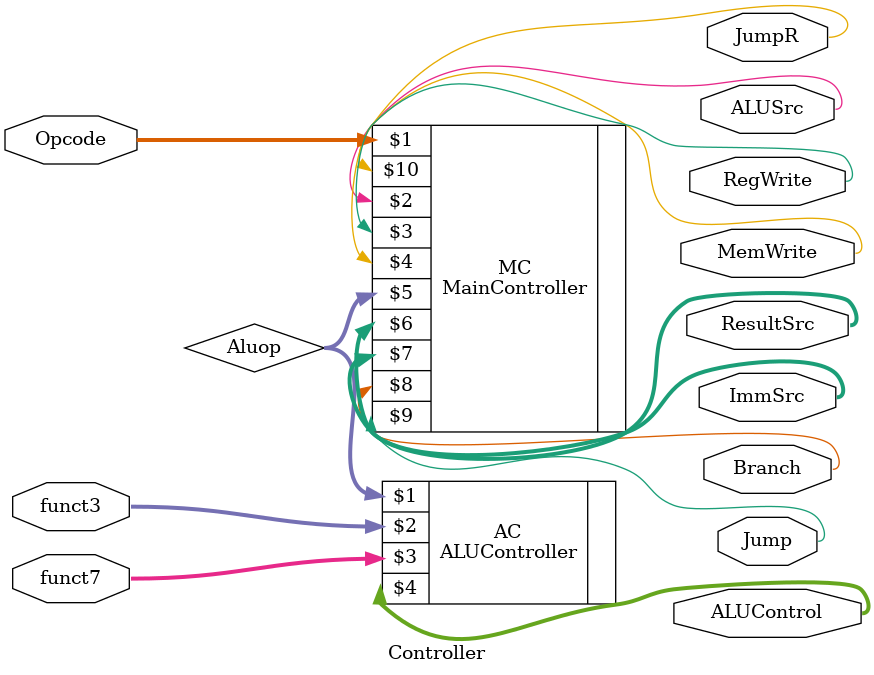
<source format=v>
module Controller(
  input [6:0] Opcode,
  input [2:0] funct3,
  input [6:0] funct7,
  output ALUSrc,
  output RegWrite,
  output MemWrite,
  output [1:0] ResultSrc,
  output [2:0] ImmSrc,
  output [2:0] ALUControl,
  output Branch,
  output Jump,
  output JumpR
);

  wire [1:0] Aluop;
	
  MainController MC(Opcode, ALUSrc, RegWrite, MemWrite, Aluop, ResultSrc, ImmSrc, Branch, Jump, JumpR);
	
  ALUController AC(Aluop, funct3, funct7, ALUControl);
  
endmodule
</source>
